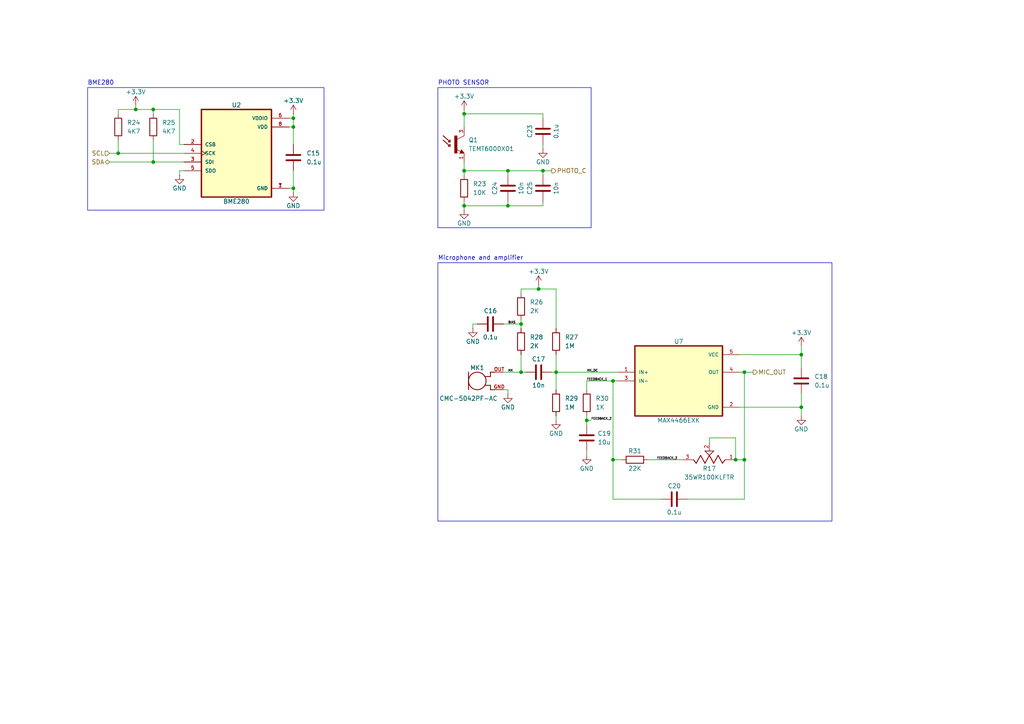
<source format=kicad_sch>
(kicad_sch (version 20250114) (generator "eeschema") (generator_version "9.0")
  (paper "A4")
  (title_block (title "Sensors") (date "2025-06-02") (rev "2") (company "Ing. Andrés Chaparro"))
  (lib_symbols
    (symbol "35WR100KLFTR:35WR100KLFTR" (pin_names (offset 1.016))
      (property "Reference" "R" (at -5.08 5.08 0))
      (property "Value" "35WR100KLFTR" (at -5.08 2.54 0))
      (symbol "35WR100KLFTR_0_0"
        (polyline (pts (xy -5.08 0) (xy -4.572 0)) (stroke (width 0.1524)))
        (polyline (pts (xy -4.572 0) (xy -3.81 1.016)) (stroke (width 0.254)))
        (polyline (pts (xy -3.81 1.016) (xy -2.54 -1.27)) (stroke (width 0.254)))
        (polyline (pts (xy -2.54 -1.27) (xy -1.27 1.016)) (stroke (width 0.254)))
        (polyline (pts (xy -1.27 1.016) (xy 0 -1.27)) (stroke (width 0.254)))
        (polyline (pts (xy -1.27 -2.54) (xy 0 -1.27)) (stroke (width 0.2032)))
        (polyline (pts (xy 0 -1.27) (xy 1.27 1.016)) (stroke (width 0.254)))
        (polyline (pts (xy 0 -1.27) (xy 1.27 -2.54)) (stroke (width 0.2032)))
        (polyline (pts (xy 1.27 1.016) (xy 2.54 -1.27)) (stroke (width 0.254)))
        (polyline (pts (xy 1.27 -2.54) (xy -1.27 -2.54)) (stroke (width 0.2032)))
        (polyline (pts (xy 2.54 -1.27) (xy 3.81 1.016)) (stroke (width 0.254)))
        (polyline (pts (xy 3.81 1.016) (xy 4.572 0)) (stroke (width 0.254)))
        (polyline (pts (xy 4.572 0) (xy 5.08 0)) (stroke (width 0.1524)))
        (pin passive line (at -7.62 0 0) (length 2.54) (name "~") (number "1"))
        (pin passive line (at 0 -5.08 90) (length 2.54) (name "~") (number "2"))
        (pin passive line (at 7.62 0 180) (length 2.54) (name "~") (number "3"))
      )
    )
    (symbol "BME280:BME280" (pin_names (offset 1.016))
      (property "Reference" "U" (at -10.1662 13.3431 0))
      (property "Value" "BME280" (at -10.1683 -15.2524 0))
      (symbol "BME280_0_0"
        (rectangle (start -10.16 -12.7) (end 10.16 12.7) (stroke (width 0.4064)) (fill (type background)))
        (pin input line (at -15.24 2.54 0) (length 5.08) (name "CSB") (number "2"))
        (pin input clock (at -15.24 0 0) (length 5.08) (name "SCK") (number "4"))
        (pin bidirectional line (at -15.24 -2.54 0) (length 5.08) (name "SDI") (number "3"))
        (pin bidirectional line (at -15.24 -5.08 0) (length 5.08) (name "SDO") (number "5"))
        (pin power_in line (at 15.24 10.16 180) (length 5.08) (name "VDDIO") (number "6"))
        (pin power_in line (at 15.24 7.62 180) (length 5.08) (name "VDD") (number "8"))
        (pin power_in line (at 15.24 -10.16 180) (length 5.08) (name "GND") (number "1"))
        (pin power_in line (at 15.24 -10.16 180) (length 5.08) (name "GND") (number "7"))
      )
    )
    (symbol "CMC-5042PF-AC:CMC-5042PF-AC" (pin_names (offset 1.016))
      (property "Reference" "MK" (at -2.5424 5.0848 0))
      (property "Value" "CMC-5042PF-AC" (at -2.5442 -6.3606 0))
      (symbol "CMC-5042PF-AC_0_0"
        (polyline (pts (xy -2.54 2.54) (xy -2.54 -2.54)) (stroke (width 0.254)))
        (circle (center 0 0) (radius 2.54) (stroke (width 0.254)))
        (polyline (pts (xy 3.81 2.54) (xy 3.81 1.27)) (stroke (width 0.254)))
        (polyline (pts (xy 3.81 1.27) (xy 2.2352 1.27)) (stroke (width 0.254)))
        (polyline (pts (xy 3.81 -1.27) (xy 2.2352 -1.27)) (stroke (width 0.254)))
        (polyline (pts (xy 3.81 -2.54) (xy 3.81 -1.27)) (stroke (width 0.254)))
        (polyline (pts (xy 5.08 2.54) (xy 3.81 2.54)) (stroke (width 0.254)))
        (polyline (pts (xy 5.08 -2.54) (xy 3.81 -2.54)) (stroke (width 0.254)))
        (pin output line (at 7.62 2.54 180) (length 2.54) (name "~") (number "OUT"))
        (pin power_in line (at 7.62 -2.54 180) (length 2.54) (name "~") (number "GND"))
      )
    )
    (symbol "Device:C" (pin_numbers (hide yes)) (pin_names (offset 0.254))
      (property "Reference" "C" (at 0.635 2.54 0))
      (property "Value" "C" (at 0.635 -2.54 0))
      (symbol "C_0_1"
        (polyline (pts (xy -2.032 0.762) (xy 2.032 0.762)) (stroke (width 0.508)))
        (polyline (pts (xy -2.032 -0.762) (xy 2.032 -0.762)) (stroke (width 0.508)))
      )
      (symbol "C_1_1"
        (pin passive line (at 0 3.81 270) (length 2.794) (name "~") (number "1"))
        (pin passive line (at 0 -3.81 90) (length 2.794) (name "~") (number "2"))
      )
    )
    (symbol "Device:R" (pin_numbers (hide yes)) (pin_names (offset 0))
      (property "Reference" "R" (at 2.032 0 90))
      (property "Value" "R" (at 0 0 90))
      (symbol "R_0_1"
        (rectangle (start -1.016 -2.54) (end 1.016 2.54) (stroke (width 0.254)))
      )
      (symbol "R_1_1"
        (pin passive line (at 0 3.81 270) (length 1.27) (name "~") (number "1"))
        (pin passive line (at 0 -3.81 90) (length 1.27) (name "~") (number "2"))
      )
    )
    (symbol "MAX4466EXK:MAX4466EXK" (pin_names (offset 1.016))
      (property "Reference" "U" (at -12.7 11.16 0))
      (property "Value" "MAX4466EXK" (at -12.7 -14.16 0))
      (symbol "MAX4466EXK_0_0"
        (rectangle (start -12.7 -10.16) (end 12.7 10.16) (stroke (width 0.41)) (fill (type background)))
        (pin input line (at -17.78 2.54 0) (length 5.08) (name "IN+") (number "1"))
        (pin input line (at -17.78 0 0) (length 5.08) (name "IN-") (number "3"))
        (pin power_in line (at 17.78 7.62 180) (length 5.08) (name "VCC") (number "5"))
        (pin output line (at 17.78 2.54 180) (length 5.08) (name "OUT") (number "4"))
        (pin power_in line (at 17.78 -7.62 180) (length 5.08) (name "GND") (number "2"))
      )
    )
    (symbol "TEMT6000X01:TEMT6000X01" (pin_names (offset 1.016))
      (property "Reference" "Q" (at 5.0999 0 0))
      (property "Value" "TEMT6000X01" (at 5.0887 -2.5444 0))
      (symbol "TEMT6000X01_0_0"
        (polyline (pts (xy -3.556 2.54) (xy -1.524 0.762)) (stroke (width 0.254)))
        (polyline (pts (xy -3.556 1.27) (xy -1.524 -0.508)) (stroke (width 0.254)))
        (polyline (pts (xy -2.032 0.762) (xy -1.524 1.27)) (stroke (width 0.254)))
        (polyline (pts (xy -2.032 -0.508) (xy -1.524 0)) (stroke (width 0.254)))
        (polyline (pts (xy -1.524 1.27) (xy -1.524 0.762)) (stroke (width 0.254)))
        (polyline (pts (xy -1.524 0.762) (xy -2.032 0.762)) (stroke (width 0.254)))
        (polyline (pts (xy -1.524 0) (xy -1.524 -0.508)) (stroke (width 0.254)))
        (polyline (pts (xy -1.524 -0.508) (xy -2.032 -0.508)) (stroke (width 0.254)))
        (rectangle (start -0.2547 -2.5468) (end 0.508 2.54) (stroke (width 0.1)) (fill (type outline)))
        (polyline (pts (xy 1.27 -2.54) (xy 1.778 -1.524)) (stroke (width 0.1524)))
        (polyline (pts (xy 1.524 -2.286) (xy 1.905 -2.286)) (stroke (width 0.254)))
        (polyline (pts (xy 1.524 -2.413) (xy 2.286 -2.413)) (stroke (width 0.254)))
        (polyline (pts (xy 1.54 -2.04) (xy 0.308 -1.424)) (stroke (width 0.1524)))
        (polyline (pts (xy 1.778 -1.524) (xy 2.54 -2.54)) (stroke (width 0.1524)))
        (polyline (pts (xy 1.778 -1.778) (xy 1.524 -2.286)) (stroke (width 0.254)))
        (polyline (pts (xy 1.905 -2.286) (xy 1.778 -2.032)) (stroke (width 0.254)))
        (polyline (pts (xy 2.286 -2.413) (xy 1.778 -1.778)) (stroke (width 0.254)))
        (polyline (pts (xy 2.54 2.54) (xy 0.508 1.524)) (stroke (width 0.1524)))
        (polyline (pts (xy 2.54 -2.54) (xy 1.27 -2.54)) (stroke (width 0.1524)))
        (pin passive line (at 2.54 5.08 270) (length 2.54) (name "~") (number "3"))
        (pin passive line (at 2.54 -5.08 90) (length 2.54) (name "~") (number "1"))
      )
    )
    (symbol "power:+3.3V" (power) (pin_numbers (hide yes)) (pin_names (offset 0) (hide yes))
      (property "Value" "+3.3V" (at 0 3.556 0))
      (symbol "+3.3V_0_1"
        (polyline (pts (xy -0.762 1.27) (xy 0 2.54)))
        (polyline (pts (xy 0 2.54) (xy 0.762 1.27)))
        (polyline (pts (xy 0 0) (xy 0 2.54)))
      )
      (symbol "+3.3V_1_1"
        (pin power_in line (at 0 0 90) (length 0) (name "~") (number "1"))
      )
    )
    (symbol "power:GND" (power) (pin_numbers (hide yes)) (pin_names (offset 0) (hide yes))
      (property "Value" "GND" (at 0 -3.81 0))
      (symbol "GND_0_1"
        (polyline (pts (xy 0 0) (xy 0 -1.27) (xy 1.27 -1.27) (xy 0 -2.54) (xy -1.27 -1.27) (xy 0 -1.27)))
      )
      (symbol "GND_1_1"
        (pin power_in line (at 0 0 270) (length 0) (name "~") (number "1"))
      )
    )
  )
  (rectangle (start 127 25.4) (end 171.45 66.04))
  (rectangle (start 25.4 25.4) (end 93.98 60.96))
  (rectangle (start 127 76.2) (end 241.3 151.13))
  (text "Microphone and amplifier" (at 127 74.93 0) (effects (font (size 1.27 1.27)) (justify left)))
  (text "PHOTO SENSOR" (at 127 24.13 0) (effects (font (size 1.27 1.27)) (justify left)))
  (text "BME280" (at 25.4 24.13 0) (effects (font (size 1.27 1.27)) (justify left)))
  (junction (at 134.62 59.69))
  (junction (at 151.13 93.98))
  (junction (at 134.62 49.53))
  (junction (at 232.41 118.11))
  (junction (at 39.37 31.75))
  (junction (at 134.62 33.02))
  (junction (at 161.29 107.95))
  (junction (at 215.9 107.95))
  (junction (at 177.8 133.35))
  (junction (at 232.41 102.87))
  (junction (at 156.21 83.82))
  (junction (at 215.9 133.35))
  (junction (at 157.48 49.53))
  (junction (at 44.45 46.99))
  (junction (at 177.8 110.49))
  (junction (at 34.29 44.45))
  (junction (at 151.13 107.95))
  (junction (at 85.09 54.61))
  (junction (at 44.45 31.75))
  (junction (at 147.32 49.53))
  (junction (at 85.09 34.29))
  (junction (at 213.36 133.35))
  (junction (at 147.32 59.69))
  (junction (at 170.18 121.92))
  (junction (at 85.09 36.83))
  (wire (pts (xy 213.36 127) (xy 213.36 133.35)))
  (wire (pts (xy 85.09 54.61) (xy 85.09 55.88)))
  (wire (pts (xy 85.09 36.83) (xy 85.09 34.29)))
  (wire (pts (xy 52.07 49.53) (xy 52.07 50.8)))
  (wire (pts (xy 31.75 46.99) (xy 44.45 46.99)))
  (wire (pts (xy 83.82 36.83) (xy 85.09 36.83)))
  (wire (pts (xy 53.34 44.45) (xy 34.29 44.45)))
  (wire (pts (xy 151.13 85.09) (xy 151.13 83.82)))
  (wire (pts (xy 83.82 54.61) (xy 85.09 54.61)))
  (wire (pts (xy 147.32 59.69) (xy 157.48 59.69)))
  (wire (pts (xy 205.74 128.27) (xy 205.74 127)))
  (wire (pts (xy 146.05 113.03) (xy 147.32 113.03)))
  (wire (pts (xy 44.45 31.75) (xy 44.45 33.02)))
  (wire (pts (xy 52.07 31.75) (xy 52.07 41.91)))
  (wire (pts (xy 170.18 121.92) (xy 170.18 123.19)))
  (wire (pts (xy 157.48 49.53) (xy 157.48 50.8)))
  (wire (pts (xy 232.41 106.68) (xy 232.41 102.87)))
  (wire (pts (xy 134.62 33.02) (xy 157.48 33.02)))
  (wire (pts (xy 31.75 44.45) (xy 34.29 44.45)))
  (wire (pts (xy 134.62 49.53) (xy 147.32 49.53)))
  (wire (pts (xy 39.37 31.75) (xy 44.45 31.75)))
  (wire (pts (xy 214.63 107.95) (xy 215.9 107.95)))
  (wire (pts (xy 187.96 133.35) (xy 198.12 133.35)))
  (wire (pts (xy 232.41 118.11) (xy 232.41 114.3)))
  (wire (pts (xy 151.13 107.95) (xy 152.4 107.95)))
  (wire (pts (xy 214.63 118.11) (xy 232.41 118.11)))
  (wire (pts (xy 160.02 107.95) (xy 161.29 107.95)))
  (wire (pts (xy 177.8 133.35) (xy 177.8 144.78)))
  (wire (pts (xy 147.32 59.69) (xy 147.32 58.42)))
  (wire (pts (xy 53.34 46.99) (xy 44.45 46.99)))
  (wire (pts (xy 146.05 107.95) (xy 151.13 107.95)))
  (wire (pts (xy 180.34 133.35) (xy 177.8 133.35)))
  (wire (pts (xy 232.41 102.87) (xy 232.41 100.33)))
  (wire (pts (xy 85.09 49.53) (xy 85.09 54.61)))
  (wire (pts (xy 170.18 132.08) (xy 170.18 130.81)))
  (wire (pts (xy 134.62 59.69) (xy 147.32 59.69)))
  (wire (pts (xy 161.29 83.82) (xy 161.29 95.25)))
  (wire (pts (xy 161.29 120.65) (xy 161.29 121.92)))
  (wire (pts (xy 157.48 59.69) (xy 157.48 58.42)))
  (wire (pts (xy 53.34 49.53) (xy 52.07 49.53)))
  (wire (pts (xy 215.9 107.95) (xy 218.44 107.95)))
  (wire (pts (xy 156.21 83.82) (xy 161.29 83.82)))
  (wire (pts (xy 134.62 49.53) (xy 134.62 50.8)))
  (wire (pts (xy 147.32 49.53) (xy 157.48 49.53)))
  (wire (pts (xy 171.45 121.92) (xy 170.18 121.92)))
  (wire (pts (xy 161.29 102.87) (xy 161.29 107.95)))
  (wire (pts (xy 44.45 31.75) (xy 52.07 31.75)))
  (wire (pts (xy 147.32 49.53) (xy 147.32 50.8)))
  (wire (pts (xy 138.43 93.98) (xy 137.16 93.98)))
  (wire (pts (xy 34.29 31.75) (xy 39.37 31.75)))
  (wire (pts (xy 151.13 107.95) (xy 151.13 102.87)))
  (wire (pts (xy 134.62 58.42) (xy 134.62 59.69)))
  (wire (pts (xy 137.16 93.98) (xy 137.16 95.25)))
  (wire (pts (xy 34.29 33.02) (xy 34.29 31.75)))
  (wire (pts (xy 205.74 127) (xy 213.36 127)))
  (wire (pts (xy 170.18 113.03) (xy 170.18 110.49)))
  (wire (pts (xy 83.82 34.29) (xy 85.09 34.29)))
  (wire (pts (xy 134.62 59.69) (xy 134.62 60.96)))
  (wire (pts (xy 147.32 113.03) (xy 147.32 114.3)))
  (wire (pts (xy 134.62 31.75) (xy 134.62 33.02)))
  (wire (pts (xy 170.18 120.65) (xy 170.18 121.92)))
  (wire (pts (xy 85.09 36.83) (xy 85.09 41.91)))
  (wire (pts (xy 177.8 144.78) (xy 191.77 144.78)))
  (wire (pts (xy 85.09 34.29) (xy 85.09 33.02)))
  (wire (pts (xy 39.37 30.48) (xy 39.37 31.75)))
  (wire (pts (xy 161.29 107.95) (xy 179.07 107.95)))
  (wire (pts (xy 146.05 93.98) (xy 151.13 93.98)))
  (wire (pts (xy 134.62 33.02) (xy 134.62 36.83)))
  (wire (pts (xy 134.62 46.99) (xy 134.62 49.53)))
  (wire (pts (xy 44.45 46.99) (xy 44.45 40.64)))
  (wire (pts (xy 157.48 41.91) (xy 157.48 43.18)))
  (wire (pts (xy 170.18 110.49) (xy 177.8 110.49)))
  (wire (pts (xy 161.29 107.95) (xy 161.29 113.03)))
  (wire (pts (xy 157.48 49.53) (xy 160.02 49.53)))
  (wire (pts (xy 215.9 133.35) (xy 215.9 144.78)))
  (wire (pts (xy 215.9 107.95) (xy 215.9 133.35)))
  (wire (pts (xy 157.48 33.02) (xy 157.48 34.29)))
  (wire (pts (xy 177.8 110.49) (xy 179.07 110.49)))
  (wire (pts (xy 214.63 102.87) (xy 232.41 102.87)))
  (wire (pts (xy 177.8 110.49) (xy 177.8 133.35)))
  (wire (pts (xy 232.41 118.11) (xy 232.41 120.65)))
  (wire (pts (xy 156.21 83.82) (xy 156.21 82.55)))
  (wire (pts (xy 151.13 92.71) (xy 151.13 93.98)))
  (wire (pts (xy 215.9 144.78) (xy 199.39 144.78)))
  (wire (pts (xy 151.13 93.98) (xy 151.13 95.25)))
  (wire (pts (xy 34.29 44.45) (xy 34.29 40.64)))
  (wire (pts (xy 52.07 41.91) (xy 53.34 41.91)))
  (wire (pts (xy 151.13 83.82) (xy 156.21 83.82)))
  (wire (pts (xy 213.36 133.35) (xy 215.9 133.35)))
  (label "FEEDBACK_3" (at 190.5 133.35 0) (effects (font (size 0.63 0.63))))
  (label "FEEDBACK_2" (at 171.45 121.92 0) (effects (font (size 0.63 0.63))))
  (label "BIAS" (at 147.32 93.98 0) (effects (font (size 0.63 0.63))))
  (label "MK_DC" (at 170.18 107.95 0) (effects (font (size 0.63 0.63))))
  (label "MK" (at 147.32 107.95 0) (effects (font (size 0.63 0.63))))
  (label "FEEDBACK_1" (at 170.18 110.49 0) (effects (font (size 0.63 0.63))))
  (hierarchical_label "MIC_OUT" (shape output) (at 218.44 107.95 0))
  (hierarchical_label "PHOTO_C" (shape output) (at 160.02 49.53 0))
  (hierarchical_label "SDA" (shape bidirectional) (at 31.75 46.99 180))
  (hierarchical_label "SCL" (shape input) (at 31.75 44.45 180))
  (symbol (lib_id "power:GND") (at 137.16 95.25 0) (unit 1)
    (property "Reference" "#PWR052" (effects (hide yes)))
    (property "Value" "GND" (at 137.16 99.06 0))
    (property "Description" "Power symbol creates a global label with name \"GND\" , ground" (effects (hide yes)))
  )
  (symbol (lib_id "Device:R") (at 44.45 36.83 0) (unit 1)
    (property "Reference" "R25" (at 46.99 35.5599 0) (effects (justify left)))
    (property "Value" "4K7" (at 46.99 38.0999 0) (effects (justify left)))
    (property "Footprint" "Resistor_SMD:R_0805_2012Metric" (effects (hide yes)))
    (property "Description" "Resistor" (effects (hide yes)))
  )
  (symbol (lib_id "power:GND") (at 157.48 43.18 0) (unit 1)
    (property "Reference" "#PWR063" (effects (hide yes)))
    (property "Value" "GND" (at 157.48 46.99 0))
    (property "Description" "Power symbol creates a global label with name \"GND\" , ground" (effects (hide yes)))
  )
  (symbol (lib_id "Device:R") (at 151.13 99.06 0) (unit 1)
    (property "Reference" "R28" (at 153.67 97.7899 0) (effects (justify left)))
    (property "Value" "2K" (at 153.67 100.3299 0) (effects (justify left)))
    (property "Footprint" "Resistor_SMD:R_0805_2012Metric" (effects (hide yes)))
    (property "Description" "Resistor" (effects (hide yes)))
  )
  (symbol (lib_id "Device:C") (at 147.32 54.61 180) (unit 1)
    (property "Reference" "C24" (at 143.51 54.61 90))
    (property "Value" "10n" (at 151.13 54.61 90))
    (property "Footprint" "Capacitor_SMD:C_0805_2012Metric" (effects (hide yes)))
    (property "Description" "Unpolarized capacitor" (effects (hide yes)))
  )
  (symbol (lib_id "Device:R") (at 134.62 54.61 0) (unit 1)
    (property "Reference" "R23" (at 137.16 53.3399 0) (effects (justify left)))
    (property "Value" "10K" (at 137.16 55.8799 0) (effects (justify left)))
    (property "Footprint" "Resistor_SMD:R_0805_2012Metric" (effects (hide yes)))
    (property "Description" "Resistor" (effects (hide yes)))
  )
  (symbol (lib_id "BME280:BME280") (at 68.58 44.45 0) (unit 1)
    (property "Reference" "U2" (at 68.58 30.48 0))
    (property "Value" "BME280" (at 68.58 58.42 0))
    (property "Footprint" "footprints:PSON65P250X250X100-8N" (effects (hide yes)))
    (property "MF" "Bosch" (effects (hide yes)))
    (property "DESCRIPTION" "Integrated pressure, humidity and temperature sensor; 8-pin 2.5x2.5x0.93mm LGA" (effects (hide yes)))
    (property "PACKAGE" "LGA-8 Bosch" (effects (hide yes)))
    (property "PRICE" "4.94 USD" (effects (hide yes)))
    (property "Package" "LGA-8 Bosch" (effects (hide yes)))
    (property "Check_prices" "https://www.snapeda.com/parts/BME280/Bosch/view-part/?ref=eda" (effects (hide yes)))
    (property "STANDARD" "IPC-7351B" (effects (hide yes)))
    (property "SnapEDA_Link" "https://www.snapeda.com/parts/BME280/Bosch/view-part/?ref=snap" (effects (hide yes)))
    (property "MP" "BME280" (effects (hide yes)))
    (property "Price" "None" (effects (hide yes)))
    (property "Availability" "In Stock" (effects (hide yes)))
    (property "AVAILABILITY" "Good" (effects (hide yes)))
    (property "Description_1" "Board Mount Humidity Sensors MEMS humidity, pressure and temperature sensor" (effects (hide yes)))
  )
  (symbol (lib_id "power:GND") (at 232.41 120.65 0) (unit 1)
    (property "Reference" "#PWR048" (effects (hide yes)))
    (property "Value" "GND" (at 232.41 124.46 0))
    (property "Description" "Power symbol creates a global label with name \"GND\" , ground" (effects (hide yes)))
  )
  (symbol (lib_id "MAX4466EXK:MAX4466EXK") (at 196.85 110.49 0) (unit 1)
    (property "Reference" "U7" (at 196.85 99.06 0))
    (property "Value" "MAX4466EXK" (at 196.85 121.92 0))
    (property "Footprint" "footprints:SOT65P210X110-5N" (effects (hide yes)))
    (property "MF" "Maxim Integrated Products" (effects (hide yes)))
    (property "Description_1" "Audio Amp Microphone 1-CH Mono Class-AB 5-Pin SC-70 T/R" (effects (hide yes)))
    (property "Package" "SC-70-5 Maxim" (effects (hide yes)))
    (property "Price" "None" (effects (hide yes)))
    (property "SnapEDA_Link" "https://www.snapeda.com/parts/MAX4466EXK+T/Maxim+Integrated/view-part/?ref=snap" (effects (hide yes)))
    (property "MP" "MAX4466EXK+T" (effects (hide yes)))
    (property "Availability" "In Stock" (effects (hide yes)))
    (property "Check_prices" "https://www.snapeda.com/parts/MAX4466EXK+T/Maxim+Integrated/view-part/?ref=eda" (effects (hide yes)))
  )
  (symbol (lib_id "power:GND") (at 170.18 132.08 0) (unit 1)
    (property "Reference" "#PWR049" (effects (hide yes)))
    (property "Value" "GND" (at 170.18 135.89 0))
    (property "Description" "Power symbol creates a global label with name \"GND\" , ground" (effects (hide yes)))
  )
  (symbol (lib_id "Device:C") (at 157.48 38.1 180) (unit 1)
    (property "Reference" "C23" (at 153.67 38.1 90))
    (property "Value" "0.1u" (at 161.29 38.1 90))
    (property "Footprint" "Capacitor_SMD:C_0805_2012Metric" (effects (hide yes)))
    (property "Description" "Unpolarized capacitor" (effects (hide yes)))
  )
  (symbol (lib_id "Device:C") (at 170.18 127 0) (unit 1)
    (property "Reference" "C19" (at 175.26 125.73 0))
    (property "Value" "10u" (at 175.26 128.27 0))
    (property "Footprint" "Capacitor_SMD:C_0805_2012Metric" (effects (hide yes)))
    (property "Description" "Unpolarized capacitor" (effects (hide yes)))
  )
  (symbol (lib_id "power:GND") (at 161.29 121.92 0) (unit 1)
    (property "Reference" "#PWR050" (effects (hide yes)))
    (property "Value" "GND" (at 161.29 125.73 0))
    (property "Description" "Power symbol creates a global label with name \"GND\" , ground" (effects (hide yes)))
  )
  (symbol (lib_id "power:+3.3V") (at 85.09 33.02 0) (unit 1)
    (property "Reference" "#PWR09" (effects (hide yes)))
    (property "Value" "+3.3V" (at 85.09 29.21 0))
    (property "Description" "Power symbol creates a global label with name \"+3.3V\"" (effects (hide yes)))
  )
  (symbol (lib_id "Device:C") (at 156.21 107.95 90) (unit 1)
    (property "Reference" "C17" (at 156.21 104.14 90))
    (property "Value" "10n" (at 156.21 111.76 90))
    (property "Footprint" "Capacitor_SMD:C_0805_2012Metric" (effects (hide yes)))
    (property "Description" "Unpolarized capacitor" (effects (hide yes)))
  )
  (symbol (lib_id "Device:C") (at 232.41 110.49 0) (unit 1)
    (property "Reference" "C18" (at 236.22 109.2199 0) (effects (justify left)))
    (property "Value" "0.1u" (at 236.22 111.7599 0) (effects (justify left)))
    (property "Footprint" "Capacitor_SMD:C_0805_2012Metric" (effects (hide yes)))
    (property "Description" "Unpolarized capacitor" (effects (hide yes)))
  )
  (symbol (lib_id "power:+3.3V") (at 39.37 30.48 0) (unit 1)
    (property "Reference" "#PWR07" (effects (hide yes)))
    (property "Value" "+3.3V" (at 39.37 26.67 0))
    (property "Description" "Power symbol creates a global label with name \"+3.3V\"" (effects (hide yes)))
  )
  (symbol (lib_id "Device:R") (at 34.29 36.83 0) (unit 1)
    (property "Reference" "R24" (at 36.83 35.5599 0) (effects (justify left)))
    (property "Value" "4K7" (at 36.83 38.0999 0) (effects (justify left)))
    (property "Footprint" "Resistor_SMD:R_0805_2012Metric" (effects (hide yes)))
    (property "Description" "Resistor" (effects (hide yes)))
  )
  (symbol (lib_id "Device:R") (at 161.29 116.84 0) (unit 1)
    (property "Reference" "R29" (at 163.83 115.5699 0) (effects (justify left)))
    (property "Value" "1M" (at 163.83 118.1099 0) (effects (justify left)))
    (property "Footprint" "Resistor_SMD:R_0805_2012Metric" (effects (hide yes)))
    (property "Description" "Resistor" (effects (hide yes)))
  )
  (symbol (lib_id "CMC-5042PF-AC:CMC-5042PF-AC") (at 138.43 110.49 0) (unit 1)
    (property "Reference" "MK1" (at 138.43 106.68 0))
    (property "Value" "CMC-5042PF-AC" (at 135.89 115.57 0))
    (property "Footprint" "footprints:CUI_CMC-5042PF-AC" (effects (hide yes)))
    (property "MF" "Same Sky" (effects (hide yes)))
    (property "Description_1" "6.0 mm, Omnidirectional, PCB Mount, 2.0 Vdc, Electret Condenser Microphone" (effects (hide yes)))
    (property "Package" "None" (effects (hide yes)))
    (property "Price" "None" (effects (hide yes)))
    (property "Check_prices" "https://www.snapeda.com/parts/CMC-5042PF-AC/Same+Sky/view-part/?ref=eda" (effects (hide yes)))
    (property "STANDARD" "Manufacturer recommendations" (effects (hide yes)))
    (property "SnapEDA_Link" "https://www.snapeda.com/parts/CMC-5042PF-AC/Same+Sky/view-part/?ref=snap" (effects (hide yes)))
    (property "MP" "CMC-5042PF-AC" (effects (hide yes)))
    (property "Availability" "In Stock" (effects (hide yes)))
    (property "MANUFACTURER" "CUI INC" (effects (hide yes)))
  )
  (symbol (lib_id "Device:C") (at 142.24 93.98 90) (unit 1)
    (property "Reference" "C16" (at 142.24 90.17 90))
    (property "Value" "0.1u" (at 142.24 97.79 90))
    (property "Footprint" "Capacitor_SMD:C_0805_2012Metric" (effects (hide yes)))
    (property "Description" "Unpolarized capacitor" (effects (hide yes)))
  )
  (symbol (lib_id "TEMT6000X01:TEMT6000X01") (at 132.08 41.91 0) (unit 1)
    (property "Reference" "Q1" (at 135.89 40.6145 0) (effects (justify left)))
    (property "Value" "TEMT6000X01" (at 135.89 43.1545 0) (effects (justify left)))
    (property "Footprint" "footprints:TRANS_TEMT6000X01" (effects (hide yes)))
    (property "MF" "Vishay Semiconductor" (effects (hide yes)))
    (property "Description_1" "Phototransistors 570nm Top View 1206 (3216 Metric)" (effects (hide yes)))
    (property "Package" "1206 Vishay" (effects (hide yes)))
    (property "Price" "None" (effects (hide yes)))
    (property "Check_prices" "https://www.snapeda.com/parts/TEMT6000X01/Vishay/view-part/?ref=eda" (effects (hide yes)))
    (property "STANDARD" "Manufacturer Recommendations" (effects (hide yes)))
    (property "PARTREV" "1.9" (effects (hide yes)))
    (property "SnapEDA_Link" "https://www.snapeda.com/parts/TEMT6000X01/Vishay/view-part/?ref=snap" (effects (hide yes)))
    (property "MP" "TEMT6000X01" (effects (hide yes)))
    (property "Availability" "In Stock" (effects (hide yes)))
    (property "MANUFACTURER" "VISHAY" (effects (hide yes)))
  )
  (symbol (lib_id "power:+3.3V") (at 156.21 82.55 0) (unit 1)
    (property "Reference" "#PWR051" (effects (hide yes)))
    (property "Value" "+3.3V" (at 156.21 78.74 0))
    (property "Description" "Power symbol creates a global label with name \"+3.3V\"" (effects (hide yes)))
  )
  (symbol (lib_id "Device:C") (at 85.09 45.72 0) (unit 1)
    (property "Reference" "C15" (at 88.9 44.4499 0) (effects (justify left)))
    (property "Value" "0.1u" (at 88.9 46.9899 0) (effects (justify left)))
    (property "Footprint" "Capacitor_SMD:C_0805_2012Metric" (effects (hide yes)))
    (property "Description" "Unpolarized capacitor" (effects (hide yes)))
  )
  (symbol (lib_id "Device:R") (at 161.29 99.06 0) (unit 1)
    (property "Reference" "R27" (at 163.83 97.7899 0) (effects (justify left)))
    (property "Value" "1M" (at 163.83 100.3299 0) (effects (justify left)))
    (property "Footprint" "Resistor_SMD:R_0805_2012Metric" (effects (hide yes)))
    (property "Description" "Resistor" (effects (hide yes)))
  )
  (symbol (lib_id "35WR100KLFTR:35WR100KLFTR") (at 205.74 133.35 180) (unit 1)
    (property "Reference" "R17" (at 205.74 135.89 0))
    (property "Value" "35WR100KLFTR" (at 205.74 138.43 0))
    (property "Footprint" "footprints:TRIM_35WR100KLFTR" (effects (hide yes)))
    (property "MF" "TT Electronics/BI" (effects (hide yes)))
    (property "MAXIMUM_PACKAGE_HEIGHT" "1.8mm" (effects (hide yes)))
    (property "Package" "TT Electronics/BI" (effects (hide yes)))
    (property "Price" "None" (effects (hide yes)))
    (property "Check_prices" "https://www.snapeda.com/parts/35WR100KLFTR/TT/view-part/?ref=eda" (effects (hide yes)))
    (property "STANDARD" "Manufacturer Recommendations" (effects (hide yes)))
    (property "PARTREV" "D" (effects (hide yes)))
    (property "SnapEDA_Link" "https://www.snapeda.com/parts/35WR100KLFTR/TT/view-part/?ref=snap" (effects (hide yes)))
    (property "MP" "35WR100KLFTR" (effects (hide yes)))
    (property "Description_1" "100 kOhms 0.1W, 1/10W - Surface Mount Trimmer Potentiometer Cermet 1.0 Turn Top Adjustment" (effects (hide yes)))
    (property "Availability" "In Stock" (effects (hide yes)))
    (property "MANUFACTURER" "TT Electronics/BI" (effects (hide yes)))
  )
  (symbol (lib_id "Device:R") (at 151.13 88.9 0) (unit 1)
    (property "Reference" "R26" (at 153.67 87.6299 0) (effects (justify left)))
    (property "Value" "2K" (at 153.67 90.1699 0) (effects (justify left)))
    (property "Footprint" "Resistor_SMD:R_0805_2012Metric" (effects (hide yes)))
    (property "Description" "Resistor" (effects (hide yes)))
  )
  (symbol (lib_id "power:GND") (at 134.62 60.96 0) (unit 1)
    (property "Reference" "#PWR046" (effects (hide yes)))
    (property "Value" "GND" (at 134.62 64.77 0))
    (property "Description" "Power symbol creates a global label with name \"GND\" , ground" (effects (hide yes)))
  )
  (symbol (lib_id "Device:C") (at 157.48 54.61 180) (unit 1)
    (property "Reference" "C25" (at 153.67 54.61 90))
    (property "Value" "10n" (at 161.29 54.61 90))
    (property "Footprint" "Capacitor_SMD:C_0805_2012Metric" (effects (hide yes)))
    (property "Description" "Unpolarized capacitor" (effects (hide yes)))
  )
  (symbol (lib_id "Device:R") (at 184.15 133.35 90) (unit 1)
    (property "Reference" "R31" (at 184.15 130.81 90))
    (property "Value" "22K" (at 184.15 135.89 90))
    (property "Footprint" "Resistor_SMD:R_0805_2012Metric" (effects (hide yes)))
    (property "Description" "Resistor" (effects (hide yes)))
  )
  (symbol (lib_id "power:GND") (at 85.09 55.88 0) (unit 1)
    (property "Reference" "#PWR022" (effects (hide yes)))
    (property "Value" "GND" (at 85.09 59.69 0))
    (property "Description" "Power symbol creates a global label with name \"GND\" , ground" (effects (hide yes)))
  )
  (symbol (lib_id "power:+3.3V") (at 134.62 31.75 0) (unit 1)
    (property "Reference" "#PWR045" (effects (hide yes)))
    (property "Value" "+3.3V" (at 134.62 27.94 0))
    (property "Description" "Power symbol creates a global label with name \"+3.3V\"" (effects (hide yes)))
  )
  (symbol (lib_id "power:GND") (at 147.32 114.3 0) (unit 1)
    (property "Reference" "#PWR053" (effects (hide yes)))
    (property "Value" "GND" (at 147.32 118.11 0))
    (property "Description" "Power symbol creates a global label with name \"GND\" , ground" (effects (hide yes)))
  )
  (symbol (lib_id "Device:C") (at 195.58 144.78 90) (unit 1)
    (property "Reference" "C20" (at 195.58 140.97 90))
    (property "Value" "0.1u" (at 195.58 148.59 90))
    (property "Footprint" "Capacitor_SMD:C_0805_2012Metric" (effects (hide yes)))
    (property "Description" "Unpolarized capacitor" (effects (hide yes)))
  )
  (symbol (lib_id "power:+3.3V") (at 232.41 100.33 0) (unit 1)
    (property "Reference" "#PWR047" (effects (hide yes)))
    (property "Value" "+3.3V" (at 232.41 96.52 0))
    (property "Description" "Power symbol creates a global label with name \"+3.3V\"" (effects (hide yes)))
  )
  (symbol (lib_id "Device:R") (at 170.18 116.84 0) (unit 1)
    (property "Reference" "R30" (at 172.72 115.5699 0) (effects (justify left)))
    (property "Value" "1K" (at 172.72 118.1099 0) (effects (justify left)))
    (property "Footprint" "Resistor_SMD:R_0805_2012Metric" (effects (hide yes)))
    (property "Description" "Resistor" (effects (hide yes)))
  )
  (symbol (lib_id "power:GND") (at 52.07 50.8 0) (unit 1)
    (property "Reference" "#PWR08" (effects (hide yes)))
    (property "Value" "GND" (at 52.07 54.61 0))
    (property "Description" "Power symbol creates a global label with name \"GND\" , ground" (effects (hide yes)))
  )
)
</source>
